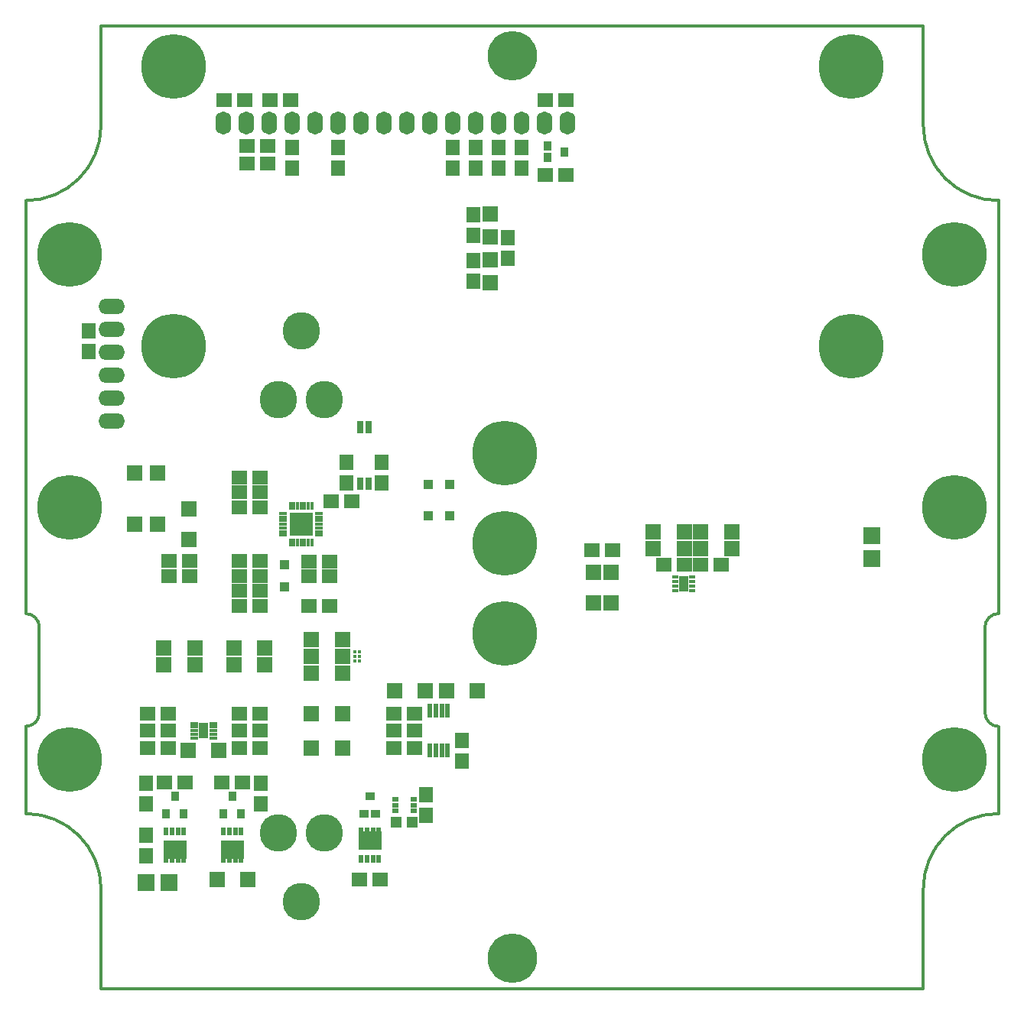
<source format=gbr>
G04 EasyPC Gerber Version 21.0.3 Build 4286 *
G04 #@! TF.Part,Single*
G04 #@! TF.FileFunction,Soldermask,Bot *
G04 #@! TF.FilePolarity,Negative *
%FSLAX35Y35*%
%MOIN*%
G04 #@! TA.AperFunction,ComponentPad*
%ADD19O,0.06899X0.10049*%
G04 #@! TA.AperFunction,SMDPad*
%ADD110R,0.01387X0.03750*%
%ADD102R,0.02254X0.03356*%
%ADD103R,0.02254X0.04537*%
%ADD106R,0.02372X0.06309*%
%ADD112R,0.02962X0.05324*%
%ADD107R,0.03750X0.04143*%
%ADD114R,0.04143X0.04143*%
%ADD101R,0.04143X0.06506*%
%ADD116R,0.04143X0.06899*%
%ADD98R,0.06100X0.06600*%
G04 #@! TA.AperFunction,ComponentPad*
%ADD20R,0.06899X0.06899*%
%ADD71R,0.06900X0.06900*%
%ADD18R,0.07400X0.07400*%
G04 #@! TA.AperFunction,SMDPad*
%ADD111R,0.09852X0.09852*%
G04 #@! TD.AperFunction*
%ADD10C,0.01200*%
G04 #@! TA.AperFunction,SMDPad*
%ADD108C,0.01584*%
G04 #@! TA.AperFunction,ComponentPad*
%ADD17C,0.16348*%
G04 #@! TA.AperFunction,WasherPad*
%ADD16C,0.21600*%
%ADD15C,0.28200*%
G04 #@! TA.AperFunction,ComponentPad*
%ADD70O,0.11600X0.06600*%
G04 #@! TA.AperFunction,SMDPad*
%ADD109R,0.03750X0.01387*%
%ADD100R,0.03356X0.01506*%
%ADD115R,0.02569X0.01702*%
%ADD117R,0.02962X0.02175*%
%ADD105R,0.04143X0.03750*%
%ADD113R,0.04143X0.04143*%
%ADD118R,0.04891X0.04537*%
%ADD99R,0.06600X0.06100*%
%ADD104R,0.09931X0.07883*%
X0Y0D02*
D02*
D10*
X418710Y123434D02*
Y160835D01*
G75*
G02X424616Y166741I5906*
G01*
Y346899*
G75*
G02X391820Y379694J32795*
G01*
Y423198*
X33395*
X33395Y379694*
G75*
G02X600Y346898I-32795*
G01*
Y166741*
G75*
G02X6506Y160836J-5906*
G01*
Y123434*
G75*
G02X600Y117529I-5906*
G01*
Y79497*
G75*
G02X33395Y46702J-32795*
G01*
Y3198*
X391820*
Y46702*
G75*
G02X424616Y79497I32795*
G01*
Y117529*
G75*
G02X418710Y123434J5905*
G01*
D02*
D15*
X19694Y102962D03*
Y213198D03*
Y323434D03*
X64970Y283434D03*
Y405481D03*
X209445Y158080D03*
Y197450D03*
Y236820D03*
X360246Y283434D03*
Y405481D03*
X405521Y102962D03*
Y213198D03*
Y323434D03*
D02*
D16*
X212608Y16348D03*
Y410048D03*
D02*
D17*
X110600Y71210D03*
Y260186D03*
X120600Y41210D03*
Y290186D03*
X130600Y71210D03*
Y260186D03*
D02*
D18*
X53100Y49332D03*
X63100D03*
X369466Y190698D03*
Y200698D03*
D02*
D19*
X86670Y380698D03*
X96670D03*
X106670D03*
X116670D03*
X126670D03*
X136670D03*
X146670D03*
X156670D03*
X166670D03*
X176670D03*
X186670D03*
X196670D03*
X206670D03*
X216670D03*
X226670D03*
X236670D03*
D02*
D70*
X38100Y250698D03*
Y260698D03*
Y270698D03*
Y280698D03*
Y290698D03*
Y300698D03*
D02*
D71*
X48100Y205698D03*
Y228198D03*
X58100Y205698D03*
Y228198D03*
X60825Y144498D03*
Y151898D03*
X71400Y107158D03*
X71850Y198998D03*
Y212398D03*
X74225Y144498D03*
Y151898D03*
X83900Y50698D03*
X84800Y107158D03*
X91400Y144498D03*
Y151898D03*
X97300Y50698D03*
X104800Y144498D03*
Y151898D03*
X125150Y108198D03*
Y123198D03*
Y140898D03*
Y148198D03*
Y155498D03*
X138550Y108198D03*
Y123198D03*
Y140898D03*
Y148198D03*
Y155498D03*
X161400Y133198D03*
X174800D03*
X183900D03*
X197300D03*
X248100Y171498D03*
Y184898D03*
X255600Y171498D03*
Y184898D03*
X274160Y194998D03*
Y202298D03*
X287560Y194998D03*
Y202298D03*
X294860Y194998D03*
Y202298D03*
X308260Y194998D03*
Y202298D03*
D02*
D20*
X203100Y311198D03*
Y321198D03*
Y331198D03*
Y341198D03*
D02*
D98*
X28100Y281198D03*
Y290198D03*
X53100Y61198D03*
Y70198D03*
Y83698D03*
Y92698D03*
X103100Y83698D03*
Y92698D03*
X116670Y361198D03*
Y370198D03*
X136670Y361198D03*
Y370198D03*
X140413Y223698D03*
Y232698D03*
X155787Y223698D03*
Y232698D03*
X174996Y78698D03*
Y87698D03*
X186670Y361198D03*
Y370198D03*
X190702Y102537D03*
Y111537D03*
X195600Y311698D03*
Y320698D03*
Y331698D03*
Y340698D03*
X196670Y361198D03*
Y370198D03*
X206670Y361198D03*
Y370198D03*
X210600Y321698D03*
Y330698D03*
X216670Y361198D03*
Y370198D03*
D02*
D99*
X53600Y108198D03*
Y115698D03*
Y123198D03*
X61100Y93198D03*
X62600Y108198D03*
Y115698D03*
Y123198D03*
X63025Y183198D03*
Y189698D03*
X70100Y93198D03*
X72025Y183198D03*
Y189698D03*
X86100Y93198D03*
X87170Y390698D03*
X93600Y108198D03*
Y115698D03*
Y123198D03*
Y170198D03*
Y176698D03*
Y183198D03*
Y189698D03*
Y213198D03*
Y219698D03*
Y226198D03*
X95100Y93198D03*
X96170Y390698D03*
X97170Y363198D03*
Y370698D03*
X102600Y108198D03*
Y115698D03*
Y123198D03*
Y170198D03*
Y176698D03*
Y183198D03*
Y189698D03*
Y213198D03*
Y219698D03*
Y226198D03*
X106170Y363198D03*
Y370698D03*
X107170Y390698D03*
X116170D03*
X124175Y170198D03*
Y182999D03*
Y189499D03*
X133175Y170198D03*
Y182999D03*
Y189499D03*
X133600Y215698D03*
X142600D03*
X146100Y50698D03*
X155100D03*
X161100Y108198D03*
Y115698D03*
Y123198D03*
X170100Y108198D03*
Y115698D03*
Y123198D03*
X227170Y358198D03*
Y390698D03*
X236170Y358198D03*
Y390698D03*
X247350Y194448D03*
X256350D03*
X278600Y188198D03*
X287600D03*
X294600D03*
X303600D03*
D02*
D100*
X73966Y112548D03*
Y114123D03*
Y115698D03*
Y117273D03*
Y118848D03*
X82234Y112548D03*
Y114123D03*
Y115698D03*
Y117273D03*
Y118848D03*
D02*
D101*
X78100Y115698D03*
D02*
D102*
X61761Y71604D03*
X64320D03*
X66880D03*
X69439D03*
X86761D03*
X89320D03*
X91880D03*
X94439D03*
X146761Y59793D03*
X149320D03*
X151880D03*
X154439D03*
D02*
D103*
X61761Y60383D03*
X64320D03*
X66880D03*
X69439D03*
X86761D03*
X89320D03*
X91880D03*
X94439D03*
X146761Y71013D03*
X149320D03*
X151880D03*
X154439D03*
D02*
D104*
X65600Y63631D03*
X90600D03*
X150600Y67765D03*
D02*
D105*
X148041Y79458D03*
X150600Y86938D03*
X153159Y79458D03*
D02*
D106*
X176761Y107037D03*
Y124359D03*
X179320Y107037D03*
Y124359D03*
X181880Y107037D03*
Y124359D03*
X184439Y107037D03*
Y124359D03*
D02*
D107*
X61860Y79261D03*
X65600Y87135D03*
X69340Y79261D03*
X86860D03*
X90600Y87135D03*
X94340Y79261D03*
X227930Y365639D03*
Y370757D03*
X235410Y368198D03*
D02*
D108*
X144186Y146230D03*
Y148198D03*
Y150167D03*
X146154Y146230D03*
Y148198D03*
Y150167D03*
D02*
D109*
X112726Y200974D03*
Y202548D03*
Y204123D03*
Y205698D03*
Y207273D03*
Y208848D03*
Y210422D03*
X128474Y200974D03*
Y202548D03*
Y204123D03*
Y205698D03*
Y207273D03*
Y208848D03*
Y210422D03*
D02*
D110*
X115876Y197824D03*
Y213572D03*
X117450Y197824D03*
Y213572D03*
X119025Y197824D03*
Y213572D03*
X120600Y197824D03*
Y213572D03*
X122175Y197824D03*
Y213572D03*
X123750Y197824D03*
Y213572D03*
X125324Y197824D03*
Y213572D03*
D02*
D111*
X120600Y205698D03*
D02*
D112*
X146328Y223296D03*
Y248100D03*
X149872Y223296D03*
Y248100D03*
D02*
D113*
X113387Y178474D03*
Y187922D03*
D02*
D114*
X175876Y209448D03*
Y223198D03*
X185324Y209448D03*
Y223198D03*
D02*
D115*
X283620Y176741D03*
Y178710D03*
Y180678D03*
Y182647D03*
X291100Y176741D03*
Y178710D03*
Y180678D03*
Y182647D03*
D02*
D116*
X287360Y179694D03*
D02*
D117*
X161663Y80639D03*
Y83198D03*
Y85757D03*
X169537Y80639D03*
Y83198D03*
Y85757D03*
D02*
D118*
X162100Y75698D03*
X169100D03*
X0Y0D02*
M02*

</source>
